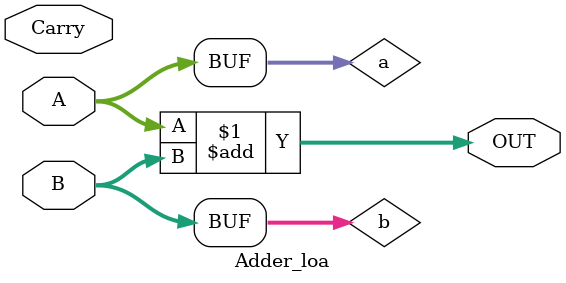
<source format=v>
`define max(a,b) ((a) > (b) ? (a) : (b))

module Adder_loa #(
	parameter 	IGNORE_BIT = 0,				//LSB BITS
	parameter 	WIDTH_A = 16,
	parameter 	WIDTH_B = 16
)(
	input	wire	[WIDTH_A-1:0]					A,
	input	wire	[WIDTH_B-1:0]					B,
	input	wire									Carry,	//do not use Carry

	output	wire	[`max(WIDTH_A, WIDTH_B)-1:0]	OUT
);

	parameter BITS 		= `max(WIDTH_A, WIDTH_B);
	parameter HIGH_BITS = `max(WIDTH_A, WIDTH_B) - IGNORE_BIT;

	wire	signed	[HIGH_BITS-1:0]		high_Sum;
	wire	signed	[HIGH_BITS-1:0]		high_a, high_b;
	wire			[IGNORE_BIT - 1:0]	low_Sum;
	wire			[IGNORE_BIT - 1:0] 	low_a, low_b;
	wire								carry_low;
	wire	signed	[BITS - 1:0] 		a;
	wire	signed	[BITS - 1:0] 		b;
	
	//Sign Extend
	assign	a = {{{BITS-WIDTH_A}{A[WIDTH_A-1]}}, A};	
	assign	b = {{{BITS-WIDTH_B}{B[WIDTH_B-1]}}, B};

	generate
		if(IGNORE_BIT > 0) begin
			//LOW BIT
			assign 	low_a 		= A[IGNORE_BIT - 1:0] ;
			assign 	low_b 		= B[IGNORE_BIT - 1:0] ;
			//Using or instead of adding operator to reduce delay
			assign	low_Sum 	= (low_a | low_b) ;
			assign 	carry_low 	= low_a[IGNORE_BIT-1] & low_b[IGNORE_BIT-1];
	
			//HIGH_BIT
			assign 	high_a 		= a[BITS-1:IGNORE_BIT];
			assign 	high_b 		= b[BITS-1:IGNORE_BIT];
			assign 	high_Sum 	= (high_a + high_b + carry_low) ;
			
			assign	OUT		= {high_Sum, low_Sum};
		end
		else begin
			//Reult
			assign 	OUT		= (a + b);
		end
	endgenerate

endmodule

</source>
